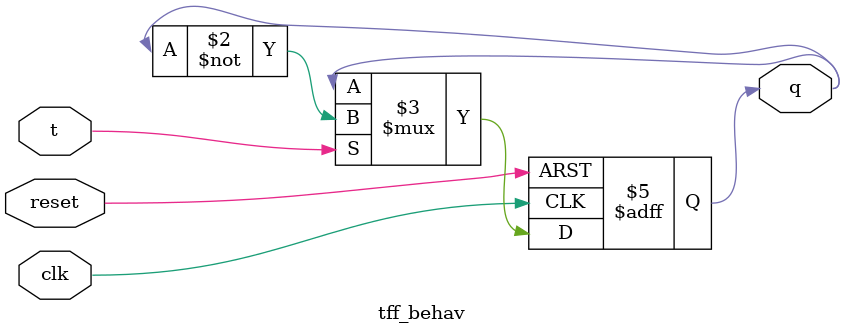
<source format=v>
`include "dff_asycr.v"
module tff (
    input clk,
    input reset,
    input t,
    output q
);
    wire d;
    xor x1(d,q,t);
    dff_async_reset a1(clk, reset, d,q);

endmodule

module tff_behav (
    input clk, input reset, input t, output reg q
);
    always @(posedge clk or posedge reset) begin
        if (reset) q<=1'b0;
        else if (t) q<= ~q;
    end
endmodule
</source>
